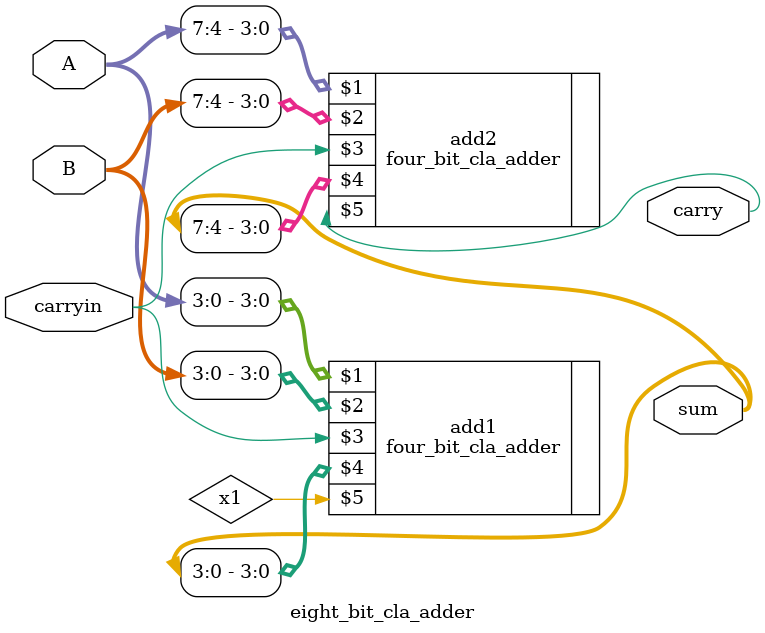
<source format=v>
`include "four_bit_cla_adder.v"

module eight_bit_cla_adder(
    input [7:0]A,
    input [7:0]B,
    input carryin,
    output [7:0]sum,
    output carry
);
wire x1;
four_bit_cla_adder add1(A[3:0],B[3:0],carryin,sum[3:0],x1);
four_bit_cla_adder add2(A[7:4],B[7:4],carryin,sum[7:4],carry);
endmodule
</source>
